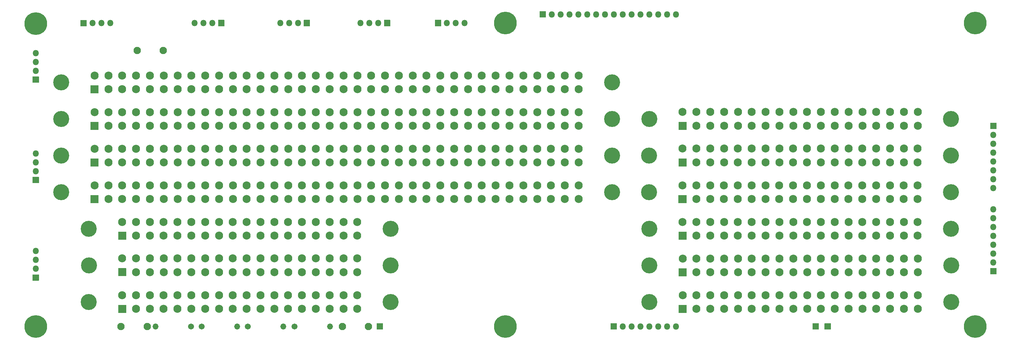
<source format=gbr>
G04 #@! TF.GenerationSoftware,KiCad,Pcbnew,(5.1.10-1-10_14)*
G04 #@! TF.CreationDate,2022-01-31T23:08:06+11:00*
G04 #@! TF.ProjectId,motherboard 2.0,6d6f7468-6572-4626-9f61-726420322e30,rev?*
G04 #@! TF.SameCoordinates,Original*
G04 #@! TF.FileFunction,Soldermask,Top*
G04 #@! TF.FilePolarity,Negative*
%FSLAX46Y46*%
G04 Gerber Fmt 4.6, Leading zero omitted, Abs format (unit mm)*
G04 Created by KiCad (PCBNEW (5.1.10-1-10_14)) date 2022-01-31 23:08:06*
%MOMM*%
%LPD*%
G01*
G04 APERTURE LIST*
%ADD10O,1.802000X1.802000*%
%ADD11C,2.302000*%
%ADD12C,4.602000*%
%ADD13O,1.702000X1.702000*%
%ADD14C,1.702000*%
%ADD15C,2.102000*%
%ADD16C,0.902000*%
%ADD17C,6.502000*%
G04 APERTURE END LIST*
D10*
X220300000Y-156000000D03*
X217760000Y-156000000D03*
X215220000Y-156000000D03*
X212680000Y-156000000D03*
X210140000Y-156000000D03*
X207600000Y-156000000D03*
X205060000Y-156000000D03*
X202520000Y-156000000D03*
X199980000Y-156000000D03*
X197440000Y-156000000D03*
X194900000Y-156000000D03*
X192360000Y-156000000D03*
X189820000Y-156000000D03*
X187280000Y-156000000D03*
X184740000Y-156000000D03*
G36*
G01*
X181350000Y-155099000D02*
X183050000Y-155099000D01*
G75*
G02*
X183101000Y-155150000I0J-51000D01*
G01*
X183101000Y-156850000D01*
G75*
G02*
X183050000Y-156901000I-51000J0D01*
G01*
X181350000Y-156901000D01*
G75*
G02*
X181299000Y-156850000I0J51000D01*
G01*
X181299000Y-155150000D01*
G75*
G02*
X181350000Y-155099000I51000J0D01*
G01*
G37*
X159820000Y-158500000D03*
X157280000Y-158500000D03*
X154740000Y-158500000D03*
G36*
G01*
X151350000Y-157599000D02*
X153050000Y-157599000D01*
G75*
G02*
X153101000Y-157650000I0J-51000D01*
G01*
X153101000Y-159350000D01*
G75*
G02*
X153050000Y-159401000I-51000J0D01*
G01*
X151350000Y-159401000D01*
G75*
G02*
X151299000Y-159350000I0J51000D01*
G01*
X151299000Y-157650000D01*
G75*
G02*
X151350000Y-157599000I51000J0D01*
G01*
G37*
X37000000Y-195880000D03*
X37000000Y-198420000D03*
X37000000Y-200960000D03*
G36*
G01*
X36099000Y-204350000D02*
X36099000Y-202650000D01*
G75*
G02*
X36150000Y-202599000I51000J0D01*
G01*
X37850000Y-202599000D01*
G75*
G02*
X37901000Y-202650000I0J-51000D01*
G01*
X37901000Y-204350000D01*
G75*
G02*
X37850000Y-204401000I-51000J0D01*
G01*
X36150000Y-204401000D01*
G75*
G02*
X36099000Y-204350000I0J51000D01*
G01*
G37*
X37000000Y-223880000D03*
X37000000Y-226420000D03*
X37000000Y-228960000D03*
G36*
G01*
X36099000Y-232350000D02*
X36099000Y-230650000D01*
G75*
G02*
X36150000Y-230599000I51000J0D01*
G01*
X37850000Y-230599000D01*
G75*
G02*
X37901000Y-230650000I0J-51000D01*
G01*
X37901000Y-232350000D01*
G75*
G02*
X37850000Y-232401000I-51000J0D01*
G01*
X36150000Y-232401000D01*
G75*
G02*
X36099000Y-232350000I0J51000D01*
G01*
G37*
X37000000Y-167110000D03*
X37000000Y-169650000D03*
X37000000Y-172190000D03*
G36*
G01*
X36099000Y-175580000D02*
X36099000Y-173880000D01*
G75*
G02*
X36150000Y-173829000I51000J0D01*
G01*
X37850000Y-173829000D01*
G75*
G02*
X37901000Y-173880000I0J-51000D01*
G01*
X37901000Y-175580000D01*
G75*
G02*
X37850000Y-175631000I-51000J0D01*
G01*
X36150000Y-175631000D01*
G75*
G02*
X36099000Y-175580000I0J51000D01*
G01*
G37*
X58330000Y-158510000D03*
X55790000Y-158510000D03*
X53250000Y-158510000D03*
G36*
G01*
X49860000Y-157609000D02*
X51560000Y-157609000D01*
G75*
G02*
X51611000Y-157660000I0J-51000D01*
G01*
X51611000Y-159360000D01*
G75*
G02*
X51560000Y-159411000I-51000J0D01*
G01*
X49860000Y-159411000D01*
G75*
G02*
X49809000Y-159360000I0J51000D01*
G01*
X49809000Y-157660000D01*
G75*
G02*
X49860000Y-157609000I51000J0D01*
G01*
G37*
X107000000Y-158500000D03*
X109540000Y-158500000D03*
X112080000Y-158500000D03*
G36*
G01*
X115470000Y-159401000D02*
X113770000Y-159401000D01*
G75*
G02*
X113719000Y-159350000I0J51000D01*
G01*
X113719000Y-157650000D01*
G75*
G02*
X113770000Y-157599000I51000J0D01*
G01*
X115470000Y-157599000D01*
G75*
G02*
X115521000Y-157650000I0J-51000D01*
G01*
X115521000Y-159350000D01*
G75*
G02*
X115470000Y-159401000I-51000J0D01*
G01*
G37*
X130000000Y-158500000D03*
X132540000Y-158500000D03*
X135080000Y-158500000D03*
G36*
G01*
X138470000Y-159401000D02*
X136770000Y-159401000D01*
G75*
G02*
X136719000Y-159350000I0J51000D01*
G01*
X136719000Y-157650000D01*
G75*
G02*
X136770000Y-157599000I51000J0D01*
G01*
X138470000Y-157599000D01*
G75*
G02*
X138521000Y-157650000I0J-51000D01*
G01*
X138521000Y-159350000D01*
G75*
G02*
X138470000Y-159401000I-51000J0D01*
G01*
G37*
X82500000Y-158500000D03*
X85040000Y-158500000D03*
X87580000Y-158500000D03*
G36*
G01*
X90970000Y-159401000D02*
X89270000Y-159401000D01*
G75*
G02*
X89219000Y-159350000I0J51000D01*
G01*
X89219000Y-157650000D01*
G75*
G02*
X89270000Y-157599000I51000J0D01*
G01*
X90970000Y-157599000D01*
G75*
G02*
X91021000Y-157650000I0J-51000D01*
G01*
X91021000Y-159350000D01*
G75*
G02*
X90970000Y-159401000I-51000J0D01*
G01*
G37*
X311200000Y-211900000D03*
X311200000Y-214440000D03*
X311200000Y-216980000D03*
X311200000Y-219520000D03*
X311200000Y-222060000D03*
X311200000Y-224600000D03*
X311200000Y-227140000D03*
G36*
G01*
X310299000Y-230530000D02*
X310299000Y-228830000D01*
G75*
G02*
X310350000Y-228779000I51000J0D01*
G01*
X312050000Y-228779000D01*
G75*
G02*
X312101000Y-228830000I0J-51000D01*
G01*
X312101000Y-230530000D01*
G75*
G02*
X312050000Y-230581000I-51000J0D01*
G01*
X310350000Y-230581000D01*
G75*
G02*
X310299000Y-230530000I0J51000D01*
G01*
G37*
X311200000Y-205800000D03*
X311200000Y-203260000D03*
X311200000Y-200720000D03*
X311200000Y-198180000D03*
X311200000Y-195640000D03*
X311200000Y-193100000D03*
X311200000Y-190560000D03*
G36*
G01*
X312101000Y-187170000D02*
X312101000Y-188870000D01*
G75*
G02*
X312050000Y-188921000I-51000J0D01*
G01*
X310350000Y-188921000D01*
G75*
G02*
X310299000Y-188870000I0J51000D01*
G01*
X310299000Y-187170000D01*
G75*
G02*
X310350000Y-187119000I51000J0D01*
G01*
X312050000Y-187119000D01*
G75*
G02*
X312101000Y-187170000I0J-51000D01*
G01*
G37*
X220280000Y-245500000D03*
X217740000Y-245500000D03*
X215200000Y-245500000D03*
X212660000Y-245500000D03*
X210120000Y-245500000D03*
X207580000Y-245500000D03*
X205040000Y-245500000D03*
G36*
G01*
X201650000Y-244599000D02*
X203350000Y-244599000D01*
G75*
G02*
X203401000Y-244650000I0J-51000D01*
G01*
X203401000Y-246350000D01*
G75*
G02*
X203350000Y-246401000I-51000J0D01*
G01*
X201650000Y-246401000D01*
G75*
G02*
X201599000Y-246350000I0J51000D01*
G01*
X201599000Y-244650000D01*
G75*
G02*
X201650000Y-244599000I51000J0D01*
G01*
G37*
G36*
G01*
X259399000Y-246350000D02*
X259399000Y-244650000D01*
G75*
G02*
X259450000Y-244599000I51000J0D01*
G01*
X261150000Y-244599000D01*
G75*
G02*
X261201000Y-244650000I0J-51000D01*
G01*
X261201000Y-246350000D01*
G75*
G02*
X261150000Y-246401000I-51000J0D01*
G01*
X259450000Y-246401000D01*
G75*
G02*
X259399000Y-246350000I0J51000D01*
G01*
G37*
D11*
X192450000Y-194520000D03*
X192450000Y-198480000D03*
D12*
X44300000Y-196500000D03*
X202000000Y-196500000D03*
G36*
G01*
X52699000Y-199580000D02*
X52699000Y-197380000D01*
G75*
G02*
X52750000Y-197329000I51000J0D01*
G01*
X54950000Y-197329000D01*
G75*
G02*
X55001000Y-197380000I0J-51000D01*
G01*
X55001000Y-199580000D01*
G75*
G02*
X54950000Y-199631000I-51000J0D01*
G01*
X52750000Y-199631000D01*
G75*
G02*
X52699000Y-199580000I0J51000D01*
G01*
G37*
D11*
X57810000Y-198480000D03*
X61770000Y-198480000D03*
X65730000Y-198480000D03*
X69690000Y-198480000D03*
X73650000Y-198480000D03*
X77610000Y-198480000D03*
X81570000Y-198480000D03*
X85530000Y-198480000D03*
X89490000Y-198480000D03*
X93450000Y-198480000D03*
X97410000Y-198480000D03*
X101370000Y-198480000D03*
X105330000Y-198480000D03*
X109290000Y-198480000D03*
X113250000Y-198480000D03*
X117210000Y-198480000D03*
X121170000Y-198480000D03*
X125130000Y-198480000D03*
X129090000Y-198480000D03*
X133050000Y-198480000D03*
X137010000Y-198480000D03*
X140970000Y-198480000D03*
X144930000Y-198480000D03*
X148890000Y-198480000D03*
X152850000Y-198480000D03*
X156810000Y-198480000D03*
X160770000Y-198480000D03*
X164730000Y-198480000D03*
X168690000Y-198480000D03*
X172650000Y-198480000D03*
X176610000Y-198480000D03*
X180570000Y-198480000D03*
X184530000Y-198480000D03*
X188490000Y-198480000D03*
X53850000Y-194520000D03*
X57810000Y-194520000D03*
X61770000Y-194520000D03*
X65730000Y-194520000D03*
X69690000Y-194520000D03*
X73650000Y-194520000D03*
X77610000Y-194520000D03*
X81570000Y-194520000D03*
X85530000Y-194520000D03*
X89490000Y-194520000D03*
X93450000Y-194520000D03*
X97410000Y-194520000D03*
X101370000Y-194520000D03*
X105330000Y-194520000D03*
X109290000Y-194520000D03*
X113250000Y-194520000D03*
X117210000Y-194520000D03*
X121170000Y-194520000D03*
X125130000Y-194520000D03*
X129090000Y-194520000D03*
X133050000Y-194520000D03*
X137010000Y-194520000D03*
X140970000Y-194520000D03*
X144930000Y-194520000D03*
X148890000Y-194520000D03*
X152850000Y-194520000D03*
X156810000Y-194520000D03*
X160770000Y-194520000D03*
X164730000Y-194520000D03*
X168690000Y-194520000D03*
X172650000Y-194520000D03*
X176610000Y-194520000D03*
X180570000Y-194520000D03*
X184530000Y-194520000D03*
X188490000Y-194520000D03*
G36*
G01*
X134599000Y-246350000D02*
X134599000Y-244650000D01*
G75*
G02*
X134650000Y-244599000I51000J0D01*
G01*
X136350000Y-244599000D01*
G75*
G02*
X136401000Y-244650000I0J-51000D01*
G01*
X136401000Y-246350000D01*
G75*
G02*
X136350000Y-246401000I-51000J0D01*
G01*
X134650000Y-246401000D01*
G75*
G02*
X134599000Y-246350000I0J51000D01*
G01*
G37*
D13*
X71340000Y-245500000D03*
D14*
X81500000Y-245500000D03*
D12*
X52200000Y-238500000D03*
X138620000Y-238500000D03*
G36*
G01*
X60599000Y-241580000D02*
X60599000Y-239380000D01*
G75*
G02*
X60650000Y-239329000I51000J0D01*
G01*
X62850000Y-239329000D01*
G75*
G02*
X62901000Y-239380000I0J-51000D01*
G01*
X62901000Y-241580000D01*
G75*
G02*
X62850000Y-241631000I-51000J0D01*
G01*
X60650000Y-241631000D01*
G75*
G02*
X60599000Y-241580000I0J51000D01*
G01*
G37*
D11*
X65710000Y-240480000D03*
X69670000Y-240480000D03*
X73630000Y-240480000D03*
X77590000Y-240480000D03*
X81550000Y-240480000D03*
X85510000Y-240480000D03*
X89470000Y-240480000D03*
X93430000Y-240480000D03*
X97390000Y-240480000D03*
X101350000Y-240480000D03*
X105310000Y-240480000D03*
X109270000Y-240480000D03*
X113230000Y-240480000D03*
X117190000Y-240480000D03*
X121150000Y-240480000D03*
X125110000Y-240480000D03*
X129070000Y-240480000D03*
X61750000Y-236520000D03*
X65710000Y-236520000D03*
X69670000Y-236520000D03*
X73630000Y-236520000D03*
X77590000Y-236520000D03*
X81550000Y-236520000D03*
X85510000Y-236520000D03*
X89470000Y-236520000D03*
X93430000Y-236520000D03*
X97390000Y-236520000D03*
X101350000Y-236520000D03*
X105310000Y-236520000D03*
X109270000Y-236520000D03*
X113230000Y-236520000D03*
X117190000Y-236520000D03*
X121150000Y-236520000D03*
X125110000Y-236520000D03*
X129070000Y-236520000D03*
G36*
G01*
X262849000Y-246350000D02*
X262849000Y-244650000D01*
G75*
G02*
X262900000Y-244599000I51000J0D01*
G01*
X264600000Y-244599000D01*
G75*
G02*
X264651000Y-244650000I0J-51000D01*
G01*
X264651000Y-246350000D01*
G75*
G02*
X264600000Y-246401000I-51000J0D01*
G01*
X262900000Y-246401000D01*
G75*
G02*
X262849000Y-246350000I0J51000D01*
G01*
G37*
D12*
X212680000Y-238500000D03*
X299100000Y-238500000D03*
G36*
G01*
X221079000Y-241580000D02*
X221079000Y-239380000D01*
G75*
G02*
X221130000Y-239329000I51000J0D01*
G01*
X223330000Y-239329000D01*
G75*
G02*
X223381000Y-239380000I0J-51000D01*
G01*
X223381000Y-241580000D01*
G75*
G02*
X223330000Y-241631000I-51000J0D01*
G01*
X221130000Y-241631000D01*
G75*
G02*
X221079000Y-241580000I0J51000D01*
G01*
G37*
D11*
X226190000Y-240480000D03*
X230150000Y-240480000D03*
X234110000Y-240480000D03*
X238070000Y-240480000D03*
X242030000Y-240480000D03*
X245990000Y-240480000D03*
X249950000Y-240480000D03*
X253910000Y-240480000D03*
X257870000Y-240480000D03*
X261830000Y-240480000D03*
X265790000Y-240480000D03*
X269750000Y-240480000D03*
X273710000Y-240480000D03*
X277670000Y-240480000D03*
X281630000Y-240480000D03*
X285590000Y-240480000D03*
X289550000Y-240480000D03*
X222230000Y-236520000D03*
X226190000Y-236520000D03*
X230150000Y-236520000D03*
X234110000Y-236520000D03*
X238070000Y-236520000D03*
X242030000Y-236520000D03*
X245990000Y-236520000D03*
X249950000Y-236520000D03*
X253910000Y-236520000D03*
X257870000Y-236520000D03*
X261830000Y-236520000D03*
X265790000Y-236520000D03*
X269750000Y-236520000D03*
X273710000Y-236520000D03*
X277670000Y-236520000D03*
X281630000Y-236520000D03*
X285590000Y-236520000D03*
X289550000Y-236520000D03*
D12*
X212660000Y-217500000D03*
X299080000Y-217500000D03*
G36*
G01*
X221059000Y-220580000D02*
X221059000Y-218380000D01*
G75*
G02*
X221110000Y-218329000I51000J0D01*
G01*
X223310000Y-218329000D01*
G75*
G02*
X223361000Y-218380000I0J-51000D01*
G01*
X223361000Y-220580000D01*
G75*
G02*
X223310000Y-220631000I-51000J0D01*
G01*
X221110000Y-220631000D01*
G75*
G02*
X221059000Y-220580000I0J51000D01*
G01*
G37*
D11*
X226170000Y-219480000D03*
X230130000Y-219480000D03*
X234090000Y-219480000D03*
X238050000Y-219480000D03*
X242010000Y-219480000D03*
X245970000Y-219480000D03*
X249930000Y-219480000D03*
X253890000Y-219480000D03*
X257850000Y-219480000D03*
X261810000Y-219480000D03*
X265770000Y-219480000D03*
X269730000Y-219480000D03*
X273690000Y-219480000D03*
X277650000Y-219480000D03*
X281610000Y-219480000D03*
X285570000Y-219480000D03*
X289530000Y-219480000D03*
X222210000Y-215520000D03*
X226170000Y-215520000D03*
X230130000Y-215520000D03*
X234090000Y-215520000D03*
X238050000Y-215520000D03*
X242010000Y-215520000D03*
X245970000Y-215520000D03*
X249930000Y-215520000D03*
X253890000Y-215520000D03*
X257850000Y-215520000D03*
X261810000Y-215520000D03*
X265770000Y-215520000D03*
X269730000Y-215520000D03*
X273690000Y-215520000D03*
X277650000Y-215520000D03*
X281610000Y-215520000D03*
X285570000Y-215520000D03*
X289530000Y-215520000D03*
D13*
X121285000Y-245500000D03*
D14*
X111125000Y-245500000D03*
D13*
X107900000Y-245500000D03*
D14*
X97740000Y-245500000D03*
D13*
X94660000Y-245500000D03*
D14*
X84500000Y-245500000D03*
D15*
X132300000Y-245500000D03*
X124800000Y-245500000D03*
X61400000Y-245500000D03*
X68900000Y-245500000D03*
X66040000Y-166370000D03*
X73540000Y-166370000D03*
D12*
X212670000Y-185990000D03*
X299090000Y-185990000D03*
G36*
G01*
X221069000Y-189070000D02*
X221069000Y-186870000D01*
G75*
G02*
X221120000Y-186819000I51000J0D01*
G01*
X223320000Y-186819000D01*
G75*
G02*
X223371000Y-186870000I0J-51000D01*
G01*
X223371000Y-189070000D01*
G75*
G02*
X223320000Y-189121000I-51000J0D01*
G01*
X221120000Y-189121000D01*
G75*
G02*
X221069000Y-189070000I0J51000D01*
G01*
G37*
D11*
X226180000Y-187970000D03*
X230140000Y-187970000D03*
X234100000Y-187970000D03*
X238060000Y-187970000D03*
X242020000Y-187970000D03*
X245980000Y-187970000D03*
X249940000Y-187970000D03*
X253900000Y-187970000D03*
X257860000Y-187970000D03*
X261820000Y-187970000D03*
X265780000Y-187970000D03*
X269740000Y-187970000D03*
X273700000Y-187970000D03*
X277660000Y-187970000D03*
X281620000Y-187970000D03*
X285580000Y-187970000D03*
X289540000Y-187970000D03*
X222220000Y-184010000D03*
X226180000Y-184010000D03*
X230140000Y-184010000D03*
X234100000Y-184010000D03*
X238060000Y-184010000D03*
X242020000Y-184010000D03*
X245980000Y-184010000D03*
X249940000Y-184010000D03*
X253900000Y-184010000D03*
X257860000Y-184010000D03*
X261820000Y-184010000D03*
X265780000Y-184010000D03*
X269740000Y-184010000D03*
X273700000Y-184010000D03*
X277660000Y-184010000D03*
X281620000Y-184010000D03*
X285580000Y-184010000D03*
X289540000Y-184010000D03*
D16*
X38697056Y-243802944D03*
X37000000Y-243100000D03*
X35302944Y-243802944D03*
X34600000Y-245500000D03*
X35302944Y-247197056D03*
X37000000Y-247900000D03*
X38697056Y-247197056D03*
X39400000Y-245500000D03*
D17*
X37000000Y-245500000D03*
D16*
X173197056Y-243802944D03*
X171500000Y-243100000D03*
X169802944Y-243802944D03*
X169100000Y-245500000D03*
X169802944Y-247197056D03*
X171500000Y-247900000D03*
X173197056Y-247197056D03*
X173900000Y-245500000D03*
D17*
X171500000Y-245500000D03*
D16*
X307697056Y-243802944D03*
X306000000Y-243100000D03*
X304302944Y-243802944D03*
X303600000Y-245500000D03*
X304302944Y-247197056D03*
X306000000Y-247900000D03*
X307697056Y-247197056D03*
X308400000Y-245500000D03*
D17*
X306000000Y-245500000D03*
D16*
X38697056Y-157000000D03*
X37000000Y-156297056D03*
X35302944Y-157000000D03*
X34600000Y-158697056D03*
X35302944Y-160394112D03*
X37000000Y-161097056D03*
X38697056Y-160394112D03*
X39400000Y-158697056D03*
D17*
X37000000Y-158697056D03*
D16*
X173197056Y-156802944D03*
X171500000Y-156100000D03*
X169802944Y-156802944D03*
X169100000Y-158500000D03*
X169802944Y-160197056D03*
X171500000Y-160900000D03*
X173197056Y-160197056D03*
X173900000Y-158500000D03*
D17*
X171500000Y-158500000D03*
D16*
X307697056Y-156802944D03*
X306000000Y-156100000D03*
X304302944Y-156802944D03*
X303600000Y-158500000D03*
X304302944Y-160197056D03*
X306000000Y-160900000D03*
X307697056Y-160197056D03*
X308400000Y-158500000D03*
D17*
X306000000Y-158500000D03*
D12*
X212680000Y-228010000D03*
X299100000Y-228010000D03*
G36*
G01*
X221079000Y-231090000D02*
X221079000Y-228890000D01*
G75*
G02*
X221130000Y-228839000I51000J0D01*
G01*
X223330000Y-228839000D01*
G75*
G02*
X223381000Y-228890000I0J-51000D01*
G01*
X223381000Y-231090000D01*
G75*
G02*
X223330000Y-231141000I-51000J0D01*
G01*
X221130000Y-231141000D01*
G75*
G02*
X221079000Y-231090000I0J51000D01*
G01*
G37*
D11*
X226190000Y-229990000D03*
X230150000Y-229990000D03*
X234110000Y-229990000D03*
X238070000Y-229990000D03*
X242030000Y-229990000D03*
X245990000Y-229990000D03*
X249950000Y-229990000D03*
X253910000Y-229990000D03*
X257870000Y-229990000D03*
X261830000Y-229990000D03*
X265790000Y-229990000D03*
X269750000Y-229990000D03*
X273710000Y-229990000D03*
X277670000Y-229990000D03*
X281630000Y-229990000D03*
X285590000Y-229990000D03*
X289550000Y-229990000D03*
X222230000Y-226030000D03*
X226190000Y-226030000D03*
X230150000Y-226030000D03*
X234110000Y-226030000D03*
X238070000Y-226030000D03*
X242030000Y-226030000D03*
X245990000Y-226030000D03*
X249950000Y-226030000D03*
X253910000Y-226030000D03*
X257870000Y-226030000D03*
X261830000Y-226030000D03*
X265790000Y-226030000D03*
X269750000Y-226030000D03*
X273710000Y-226030000D03*
X277670000Y-226030000D03*
X281630000Y-226030000D03*
X285590000Y-226030000D03*
X289550000Y-226030000D03*
D12*
X212630000Y-207010000D03*
X299050000Y-207010000D03*
G36*
G01*
X221029000Y-210090000D02*
X221029000Y-207890000D01*
G75*
G02*
X221080000Y-207839000I51000J0D01*
G01*
X223280000Y-207839000D01*
G75*
G02*
X223331000Y-207890000I0J-51000D01*
G01*
X223331000Y-210090000D01*
G75*
G02*
X223280000Y-210141000I-51000J0D01*
G01*
X221080000Y-210141000D01*
G75*
G02*
X221029000Y-210090000I0J51000D01*
G01*
G37*
D11*
X226140000Y-208990000D03*
X230100000Y-208990000D03*
X234060000Y-208990000D03*
X238020000Y-208990000D03*
X241980000Y-208990000D03*
X245940000Y-208990000D03*
X249900000Y-208990000D03*
X253860000Y-208990000D03*
X257820000Y-208990000D03*
X261780000Y-208990000D03*
X265740000Y-208990000D03*
X269700000Y-208990000D03*
X273660000Y-208990000D03*
X277620000Y-208990000D03*
X281580000Y-208990000D03*
X285540000Y-208990000D03*
X289500000Y-208990000D03*
X222180000Y-205030000D03*
X226140000Y-205030000D03*
X230100000Y-205030000D03*
X234060000Y-205030000D03*
X238020000Y-205030000D03*
X241980000Y-205030000D03*
X245940000Y-205030000D03*
X249900000Y-205030000D03*
X253860000Y-205030000D03*
X257820000Y-205030000D03*
X261780000Y-205030000D03*
X265740000Y-205030000D03*
X269700000Y-205030000D03*
X273660000Y-205030000D03*
X277620000Y-205030000D03*
X281580000Y-205030000D03*
X285540000Y-205030000D03*
X289500000Y-205030000D03*
D12*
X212650000Y-196490000D03*
X299070000Y-196490000D03*
G36*
G01*
X221049000Y-199570000D02*
X221049000Y-197370000D01*
G75*
G02*
X221100000Y-197319000I51000J0D01*
G01*
X223300000Y-197319000D01*
G75*
G02*
X223351000Y-197370000I0J-51000D01*
G01*
X223351000Y-199570000D01*
G75*
G02*
X223300000Y-199621000I-51000J0D01*
G01*
X221100000Y-199621000D01*
G75*
G02*
X221049000Y-199570000I0J51000D01*
G01*
G37*
D11*
X226160000Y-198470000D03*
X230120000Y-198470000D03*
X234080000Y-198470000D03*
X238040000Y-198470000D03*
X242000000Y-198470000D03*
X245960000Y-198470000D03*
X249920000Y-198470000D03*
X253880000Y-198470000D03*
X257840000Y-198470000D03*
X261800000Y-198470000D03*
X265760000Y-198470000D03*
X269720000Y-198470000D03*
X273680000Y-198470000D03*
X277640000Y-198470000D03*
X281600000Y-198470000D03*
X285560000Y-198470000D03*
X289520000Y-198470000D03*
X222200000Y-194510000D03*
X226160000Y-194510000D03*
X230120000Y-194510000D03*
X234080000Y-194510000D03*
X238040000Y-194510000D03*
X242000000Y-194510000D03*
X245960000Y-194510000D03*
X249920000Y-194510000D03*
X253880000Y-194510000D03*
X257840000Y-194510000D03*
X261800000Y-194510000D03*
X265760000Y-194510000D03*
X269720000Y-194510000D03*
X273680000Y-194510000D03*
X277640000Y-194510000D03*
X281600000Y-194510000D03*
X285560000Y-194510000D03*
X289520000Y-194510000D03*
D12*
X52210000Y-227960000D03*
X138630000Y-227960000D03*
G36*
G01*
X60609000Y-231040000D02*
X60609000Y-228840000D01*
G75*
G02*
X60660000Y-228789000I51000J0D01*
G01*
X62860000Y-228789000D01*
G75*
G02*
X62911000Y-228840000I0J-51000D01*
G01*
X62911000Y-231040000D01*
G75*
G02*
X62860000Y-231091000I-51000J0D01*
G01*
X60660000Y-231091000D01*
G75*
G02*
X60609000Y-231040000I0J51000D01*
G01*
G37*
D11*
X65720000Y-229940000D03*
X69680000Y-229940000D03*
X73640000Y-229940000D03*
X77600000Y-229940000D03*
X81560000Y-229940000D03*
X85520000Y-229940000D03*
X89480000Y-229940000D03*
X93440000Y-229940000D03*
X97400000Y-229940000D03*
X101360000Y-229940000D03*
X105320000Y-229940000D03*
X109280000Y-229940000D03*
X113240000Y-229940000D03*
X117200000Y-229940000D03*
X121160000Y-229940000D03*
X125120000Y-229940000D03*
X129080000Y-229940000D03*
X61760000Y-225980000D03*
X65720000Y-225980000D03*
X69680000Y-225980000D03*
X73640000Y-225980000D03*
X77600000Y-225980000D03*
X81560000Y-225980000D03*
X85520000Y-225980000D03*
X89480000Y-225980000D03*
X93440000Y-225980000D03*
X97400000Y-225980000D03*
X101360000Y-225980000D03*
X105320000Y-225980000D03*
X109280000Y-225980000D03*
X113240000Y-225980000D03*
X117200000Y-225980000D03*
X121160000Y-225980000D03*
X125120000Y-225980000D03*
X129080000Y-225980000D03*
D12*
X52200000Y-217510000D03*
X138620000Y-217510000D03*
G36*
G01*
X60599000Y-220590000D02*
X60599000Y-218390000D01*
G75*
G02*
X60650000Y-218339000I51000J0D01*
G01*
X62850000Y-218339000D01*
G75*
G02*
X62901000Y-218390000I0J-51000D01*
G01*
X62901000Y-220590000D01*
G75*
G02*
X62850000Y-220641000I-51000J0D01*
G01*
X60650000Y-220641000D01*
G75*
G02*
X60599000Y-220590000I0J51000D01*
G01*
G37*
D11*
X65710000Y-219490000D03*
X69670000Y-219490000D03*
X73630000Y-219490000D03*
X77590000Y-219490000D03*
X81550000Y-219490000D03*
X85510000Y-219490000D03*
X89470000Y-219490000D03*
X93430000Y-219490000D03*
X97390000Y-219490000D03*
X101350000Y-219490000D03*
X105310000Y-219490000D03*
X109270000Y-219490000D03*
X113230000Y-219490000D03*
X117190000Y-219490000D03*
X121150000Y-219490000D03*
X125110000Y-219490000D03*
X129070000Y-219490000D03*
X61750000Y-215530000D03*
X65710000Y-215530000D03*
X69670000Y-215530000D03*
X73630000Y-215530000D03*
X77590000Y-215530000D03*
X81550000Y-215530000D03*
X85510000Y-215530000D03*
X89470000Y-215530000D03*
X93430000Y-215530000D03*
X97390000Y-215530000D03*
X101350000Y-215530000D03*
X105310000Y-215530000D03*
X109270000Y-215530000D03*
X113230000Y-215530000D03*
X117190000Y-215530000D03*
X121150000Y-215530000D03*
X125110000Y-215530000D03*
X129070000Y-215530000D03*
X192450000Y-173520000D03*
X192450000Y-177480000D03*
D12*
X44300000Y-175500000D03*
X202000000Y-175500000D03*
G36*
G01*
X52699000Y-178580000D02*
X52699000Y-176380000D01*
G75*
G02*
X52750000Y-176329000I51000J0D01*
G01*
X54950000Y-176329000D01*
G75*
G02*
X55001000Y-176380000I0J-51000D01*
G01*
X55001000Y-178580000D01*
G75*
G02*
X54950000Y-178631000I-51000J0D01*
G01*
X52750000Y-178631000D01*
G75*
G02*
X52699000Y-178580000I0J51000D01*
G01*
G37*
D11*
X57810000Y-177480000D03*
X61770000Y-177480000D03*
X65730000Y-177480000D03*
X69690000Y-177480000D03*
X73650000Y-177480000D03*
X77610000Y-177480000D03*
X81570000Y-177480000D03*
X85530000Y-177480000D03*
X89490000Y-177480000D03*
X93450000Y-177480000D03*
X97410000Y-177480000D03*
X101370000Y-177480000D03*
X105330000Y-177480000D03*
X109290000Y-177480000D03*
X113250000Y-177480000D03*
X117210000Y-177480000D03*
X121170000Y-177480000D03*
X125130000Y-177480000D03*
X129090000Y-177480000D03*
X133050000Y-177480000D03*
X137010000Y-177480000D03*
X140970000Y-177480000D03*
X144930000Y-177480000D03*
X148890000Y-177480000D03*
X152850000Y-177480000D03*
X156810000Y-177480000D03*
X160770000Y-177480000D03*
X164730000Y-177480000D03*
X168690000Y-177480000D03*
X172650000Y-177480000D03*
X176610000Y-177480000D03*
X180570000Y-177480000D03*
X184530000Y-177480000D03*
X188490000Y-177480000D03*
X53850000Y-173520000D03*
X57810000Y-173520000D03*
X61770000Y-173520000D03*
X65730000Y-173520000D03*
X69690000Y-173520000D03*
X73650000Y-173520000D03*
X77610000Y-173520000D03*
X81570000Y-173520000D03*
X85530000Y-173520000D03*
X89490000Y-173520000D03*
X93450000Y-173520000D03*
X97410000Y-173520000D03*
X101370000Y-173520000D03*
X105330000Y-173520000D03*
X109290000Y-173520000D03*
X113250000Y-173520000D03*
X117210000Y-173520000D03*
X121170000Y-173520000D03*
X125130000Y-173520000D03*
X129090000Y-173520000D03*
X133050000Y-173520000D03*
X137010000Y-173520000D03*
X140970000Y-173520000D03*
X144930000Y-173520000D03*
X148890000Y-173520000D03*
X152850000Y-173520000D03*
X156810000Y-173520000D03*
X160770000Y-173520000D03*
X164730000Y-173520000D03*
X168690000Y-173520000D03*
X172650000Y-173520000D03*
X176610000Y-173520000D03*
X180570000Y-173520000D03*
X184530000Y-173520000D03*
X188490000Y-173520000D03*
X192450000Y-205020000D03*
X192450000Y-208980000D03*
D12*
X44300000Y-207000000D03*
X202000000Y-207000000D03*
G36*
G01*
X52699000Y-210080000D02*
X52699000Y-207880000D01*
G75*
G02*
X52750000Y-207829000I51000J0D01*
G01*
X54950000Y-207829000D01*
G75*
G02*
X55001000Y-207880000I0J-51000D01*
G01*
X55001000Y-210080000D01*
G75*
G02*
X54950000Y-210131000I-51000J0D01*
G01*
X52750000Y-210131000D01*
G75*
G02*
X52699000Y-210080000I0J51000D01*
G01*
G37*
D11*
X57810000Y-208980000D03*
X61770000Y-208980000D03*
X65730000Y-208980000D03*
X69690000Y-208980000D03*
X73650000Y-208980000D03*
X77610000Y-208980000D03*
X81570000Y-208980000D03*
X85530000Y-208980000D03*
X89490000Y-208980000D03*
X93450000Y-208980000D03*
X97410000Y-208980000D03*
X101370000Y-208980000D03*
X105330000Y-208980000D03*
X109290000Y-208980000D03*
X113250000Y-208980000D03*
X117210000Y-208980000D03*
X121170000Y-208980000D03*
X125130000Y-208980000D03*
X129090000Y-208980000D03*
X133050000Y-208980000D03*
X137010000Y-208980000D03*
X140970000Y-208980000D03*
X144930000Y-208980000D03*
X148890000Y-208980000D03*
X152850000Y-208980000D03*
X156810000Y-208980000D03*
X160770000Y-208980000D03*
X164730000Y-208980000D03*
X168690000Y-208980000D03*
X172650000Y-208980000D03*
X176610000Y-208980000D03*
X180570000Y-208980000D03*
X184530000Y-208980000D03*
X188490000Y-208980000D03*
X53850000Y-205020000D03*
X57810000Y-205020000D03*
X61770000Y-205020000D03*
X65730000Y-205020000D03*
X69690000Y-205020000D03*
X73650000Y-205020000D03*
X77610000Y-205020000D03*
X81570000Y-205020000D03*
X85530000Y-205020000D03*
X89490000Y-205020000D03*
X93450000Y-205020000D03*
X97410000Y-205020000D03*
X101370000Y-205020000D03*
X105330000Y-205020000D03*
X109290000Y-205020000D03*
X113250000Y-205020000D03*
X117210000Y-205020000D03*
X121170000Y-205020000D03*
X125130000Y-205020000D03*
X129090000Y-205020000D03*
X133050000Y-205020000D03*
X137010000Y-205020000D03*
X140970000Y-205020000D03*
X144930000Y-205020000D03*
X148890000Y-205020000D03*
X152850000Y-205020000D03*
X156810000Y-205020000D03*
X160770000Y-205020000D03*
X164730000Y-205020000D03*
X168690000Y-205020000D03*
X172650000Y-205020000D03*
X176610000Y-205020000D03*
X180570000Y-205020000D03*
X184530000Y-205020000D03*
X188490000Y-205020000D03*
X192450000Y-184020000D03*
X192450000Y-187980000D03*
D12*
X44300000Y-186000000D03*
X202000000Y-186000000D03*
G36*
G01*
X52699000Y-189080000D02*
X52699000Y-186880000D01*
G75*
G02*
X52750000Y-186829000I51000J0D01*
G01*
X54950000Y-186829000D01*
G75*
G02*
X55001000Y-186880000I0J-51000D01*
G01*
X55001000Y-189080000D01*
G75*
G02*
X54950000Y-189131000I-51000J0D01*
G01*
X52750000Y-189131000D01*
G75*
G02*
X52699000Y-189080000I0J51000D01*
G01*
G37*
D11*
X57810000Y-187980000D03*
X61770000Y-187980000D03*
X65730000Y-187980000D03*
X69690000Y-187980000D03*
X73650000Y-187980000D03*
X77610000Y-187980000D03*
X81570000Y-187980000D03*
X85530000Y-187980000D03*
X89490000Y-187980000D03*
X93450000Y-187980000D03*
X97410000Y-187980000D03*
X101370000Y-187980000D03*
X105330000Y-187980000D03*
X109290000Y-187980000D03*
X113250000Y-187980000D03*
X117210000Y-187980000D03*
X121170000Y-187980000D03*
X125130000Y-187980000D03*
X129090000Y-187980000D03*
X133050000Y-187980000D03*
X137010000Y-187980000D03*
X140970000Y-187980000D03*
X144930000Y-187980000D03*
X148890000Y-187980000D03*
X152850000Y-187980000D03*
X156810000Y-187980000D03*
X160770000Y-187980000D03*
X164730000Y-187980000D03*
X168690000Y-187980000D03*
X172650000Y-187980000D03*
X176610000Y-187980000D03*
X180570000Y-187980000D03*
X184530000Y-187980000D03*
X188490000Y-187980000D03*
X53850000Y-184020000D03*
X57810000Y-184020000D03*
X61770000Y-184020000D03*
X65730000Y-184020000D03*
X69690000Y-184020000D03*
X73650000Y-184020000D03*
X77610000Y-184020000D03*
X81570000Y-184020000D03*
X85530000Y-184020000D03*
X89490000Y-184020000D03*
X93450000Y-184020000D03*
X97410000Y-184020000D03*
X101370000Y-184020000D03*
X105330000Y-184020000D03*
X109290000Y-184020000D03*
X113250000Y-184020000D03*
X117210000Y-184020000D03*
X121170000Y-184020000D03*
X125130000Y-184020000D03*
X129090000Y-184020000D03*
X133050000Y-184020000D03*
X137010000Y-184020000D03*
X140970000Y-184020000D03*
X144930000Y-184020000D03*
X148890000Y-184020000D03*
X152850000Y-184020000D03*
X156810000Y-184020000D03*
X160770000Y-184020000D03*
X164730000Y-184020000D03*
X168690000Y-184020000D03*
X172650000Y-184020000D03*
X176610000Y-184020000D03*
X180570000Y-184020000D03*
X184530000Y-184020000D03*
X188490000Y-184020000D03*
M02*

</source>
